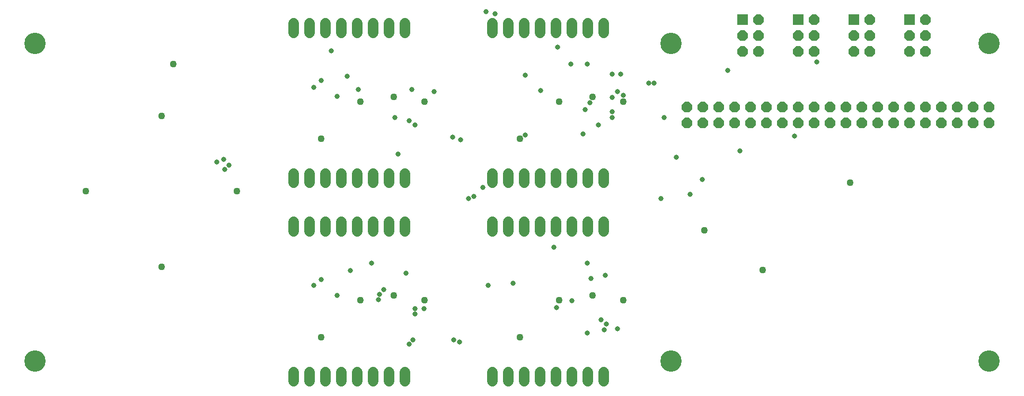
<source format=gbs>
G75*
%MOIN*%
%OFA0B0*%
%FSLAX24Y24*%
%IPPOS*%
%LPD*%
%AMOC8*
5,1,8,0,0,1.08239X$1,22.5*
%
%ADD10C,0.1345*%
%ADD11OC8,0.0660*%
%ADD12R,0.0660X0.0660*%
%ADD13C,0.0651*%
%ADD14C,0.0436*%
%ADD15C,0.0330*%
D10*
X004109Y002680D03*
X044109Y002680D03*
X064109Y002680D03*
X064109Y022680D03*
X044109Y022680D03*
X004109Y022680D03*
D11*
X045109Y018680D03*
X046109Y018680D03*
X047109Y018680D03*
X048109Y018680D03*
X049109Y018680D03*
X050109Y018680D03*
X051109Y018680D03*
X052109Y018680D03*
X053109Y018680D03*
X054109Y018680D03*
X055109Y018680D03*
X056109Y018680D03*
X057109Y018680D03*
X058109Y018680D03*
X059109Y018680D03*
X060109Y018680D03*
X061109Y018680D03*
X062109Y018680D03*
X063109Y018680D03*
X064109Y018680D03*
X064109Y017680D03*
X063109Y017680D03*
X062109Y017680D03*
X061109Y017680D03*
X060109Y017680D03*
X059109Y017680D03*
X058109Y017680D03*
X057109Y017680D03*
X056109Y017680D03*
X055109Y017680D03*
X054109Y017680D03*
X053109Y017680D03*
X052109Y017680D03*
X051109Y017680D03*
X050109Y017680D03*
X049109Y017680D03*
X048109Y017680D03*
X047109Y017680D03*
X046109Y017680D03*
X045109Y017680D03*
X048609Y022180D03*
X049609Y022180D03*
X049609Y023180D03*
X048609Y023180D03*
X049609Y024180D03*
X052109Y023180D03*
X053109Y023180D03*
X053109Y022180D03*
X052109Y022180D03*
X055609Y022180D03*
X056609Y022180D03*
X056609Y023180D03*
X055609Y023180D03*
X056609Y024180D03*
X059109Y023180D03*
X060109Y023180D03*
X060109Y022180D03*
X059109Y022180D03*
X060109Y024180D03*
X053109Y024180D03*
D12*
X052109Y024180D03*
X055609Y024180D03*
X059109Y024180D03*
X048609Y024180D03*
D13*
X039859Y023945D02*
X039859Y023355D01*
X038859Y023355D02*
X038859Y023945D01*
X037859Y023945D02*
X037859Y023355D01*
X036859Y023355D02*
X036859Y023945D01*
X035859Y023945D02*
X035859Y023355D01*
X034859Y023355D02*
X034859Y023945D01*
X033859Y023945D02*
X033859Y023355D01*
X032859Y023355D02*
X032859Y023945D01*
X027359Y023945D02*
X027359Y023355D01*
X026359Y023355D02*
X026359Y023945D01*
X025359Y023945D02*
X025359Y023355D01*
X024359Y023355D02*
X024359Y023945D01*
X023359Y023945D02*
X023359Y023355D01*
X022359Y023355D02*
X022359Y023945D01*
X021359Y023945D02*
X021359Y023355D01*
X020359Y023355D02*
X020359Y023945D01*
X020359Y014495D02*
X020359Y013905D01*
X021359Y013905D02*
X021359Y014495D01*
X022359Y014495D02*
X022359Y013905D01*
X023359Y013905D02*
X023359Y014495D01*
X024359Y014495D02*
X024359Y013905D01*
X025359Y013905D02*
X025359Y014495D01*
X026359Y014495D02*
X026359Y013905D01*
X027359Y013905D02*
X027359Y014495D01*
X032859Y014495D02*
X032859Y013905D01*
X033859Y013905D02*
X033859Y014495D01*
X034859Y014495D02*
X034859Y013905D01*
X035859Y013905D02*
X035859Y014495D01*
X036859Y014495D02*
X036859Y013905D01*
X037859Y013905D02*
X037859Y014495D01*
X038859Y014495D02*
X038859Y013905D01*
X039859Y013905D02*
X039859Y014495D01*
X039859Y011445D02*
X039859Y010855D01*
X038859Y010855D02*
X038859Y011445D01*
X037859Y011445D02*
X037859Y010855D01*
X036859Y010855D02*
X036859Y011445D01*
X035859Y011445D02*
X035859Y010855D01*
X034859Y010855D02*
X034859Y011445D01*
X033859Y011445D02*
X033859Y010855D01*
X032859Y010855D02*
X032859Y011445D01*
X027359Y011445D02*
X027359Y010855D01*
X026359Y010855D02*
X026359Y011445D01*
X025359Y011445D02*
X025359Y010855D01*
X024359Y010855D02*
X024359Y011445D01*
X023359Y011445D02*
X023359Y010855D01*
X022359Y010855D02*
X022359Y011445D01*
X021359Y011445D02*
X021359Y010855D01*
X020359Y010855D02*
X020359Y011445D01*
X020359Y001995D02*
X020359Y001405D01*
X021359Y001405D02*
X021359Y001995D01*
X022359Y001995D02*
X022359Y001405D01*
X023359Y001405D02*
X023359Y001995D01*
X024359Y001995D02*
X024359Y001405D01*
X025359Y001405D02*
X025359Y001995D01*
X026359Y001995D02*
X026359Y001405D01*
X027359Y001405D02*
X027359Y001995D01*
X032859Y001995D02*
X032859Y001405D01*
X033859Y001405D02*
X033859Y001995D01*
X034859Y001995D02*
X034859Y001405D01*
X035859Y001405D02*
X035859Y001995D01*
X036859Y001995D02*
X036859Y001405D01*
X037859Y001405D02*
X037859Y001995D01*
X038859Y001995D02*
X038859Y001405D01*
X039859Y001405D02*
X039859Y001995D01*
D14*
X034609Y004180D03*
X037059Y006530D03*
X039159Y006830D03*
X041109Y006530D03*
X049859Y008430D03*
X046209Y010930D03*
X055359Y013930D03*
X041109Y019030D03*
X039159Y019330D03*
X037059Y019030D03*
X034609Y016680D03*
X028609Y019030D03*
X026659Y019330D03*
X024559Y019030D03*
X022109Y016680D03*
X016809Y013380D03*
X007309Y013380D03*
X012059Y008630D03*
X022109Y004180D03*
X024559Y006530D03*
X026659Y006830D03*
X028609Y006530D03*
X012059Y018130D03*
X012809Y021380D03*
D15*
X021629Y019920D03*
X022119Y020340D03*
X023729Y020620D03*
X024429Y019780D03*
X023099Y019360D03*
X026739Y018030D03*
X027649Y017820D03*
X027999Y017540D03*
X030379Y016770D03*
X030869Y016630D03*
X026949Y015720D03*
X032269Y013620D03*
X031709Y013060D03*
X031359Y012920D03*
X036749Y009840D03*
X038849Y008860D03*
X039059Y007880D03*
X039969Y008090D03*
X037869Y006480D03*
X036889Y006060D03*
X039689Y005290D03*
X040039Y005010D03*
X039899Y004660D03*
X038849Y004450D03*
X040739Y004730D03*
X034159Y007600D03*
X032619Y007460D03*
X028559Y005990D03*
X027999Y005990D03*
X027999Y005640D03*
X025689Y006550D03*
X025759Y006900D03*
X026039Y007180D03*
X027439Y008230D03*
X025269Y008860D03*
X023939Y008370D03*
X022119Y007810D03*
X021629Y007460D03*
X023099Y006830D03*
X027859Y004030D03*
X027649Y003750D03*
X030449Y004030D03*
X030799Y003890D03*
X043469Y012920D03*
X045289Y013200D03*
X046059Y014110D03*
X044449Y015510D03*
X048439Y015930D03*
X051869Y016840D03*
X043679Y018030D03*
X041089Y019430D03*
X040739Y019640D03*
X040389Y019290D03*
X038989Y018940D03*
X038709Y018520D03*
X040389Y018380D03*
X040389Y018030D03*
X039549Y017540D03*
X038569Y016980D03*
X034929Y016910D03*
X035909Y019710D03*
X034929Y020690D03*
X037799Y021390D03*
X038849Y021390D03*
X040389Y020760D03*
X040949Y020760D03*
X042699Y020200D03*
X043049Y020200D03*
X047669Y020970D03*
X053269Y021530D03*
X036959Y022440D03*
X033039Y024540D03*
X032479Y024680D03*
X022749Y022230D03*
X027789Y019780D03*
X029189Y019640D03*
X016309Y015020D03*
X016029Y014740D03*
X015959Y015370D03*
X015539Y015230D03*
M02*

</source>
